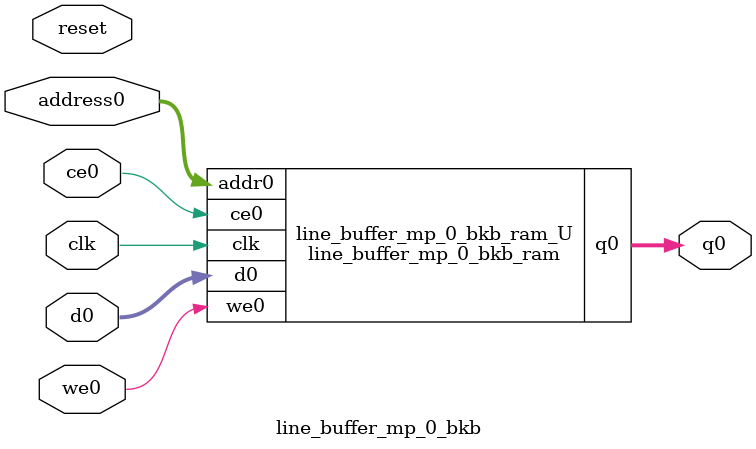
<source format=v>

`timescale 1 ns / 1 ps
module line_buffer_mp_0_bkb_ram (addr0, ce0, d0, we0, q0,  clk);

parameter DWIDTH = 16;
parameter AWIDTH = 9;
parameter MEM_SIZE = 390;

input[AWIDTH-1:0] addr0;
input ce0;
input[DWIDTH-1:0] d0;
input we0;
output reg[DWIDTH-1:0] q0;
input clk;

(* ram_style = "block" *)reg [DWIDTH-1:0] ram[0:MEM_SIZE-1];




always @(posedge clk)  
begin 
    if (ce0) 
    begin
        if (we0) 
        begin 
            ram[addr0] <= d0; 
            q0 <= d0;
        end 
        else 
            q0 <= ram[addr0];
    end
end


endmodule


`timescale 1 ns / 1 ps
module line_buffer_mp_0_bkb(
    reset,
    clk,
    address0,
    ce0,
    we0,
    d0,
    q0);

parameter DataWidth = 32'd16;
parameter AddressRange = 32'd390;
parameter AddressWidth = 32'd9;
input reset;
input clk;
input[AddressWidth - 1:0] address0;
input ce0;
input we0;
input[DataWidth - 1:0] d0;
output[DataWidth - 1:0] q0;



line_buffer_mp_0_bkb_ram line_buffer_mp_0_bkb_ram_U(
    .clk( clk ),
    .addr0( address0 ),
    .ce0( ce0 ),
    .d0( d0 ),
    .we0( we0 ),
    .q0( q0 ));

endmodule


</source>
